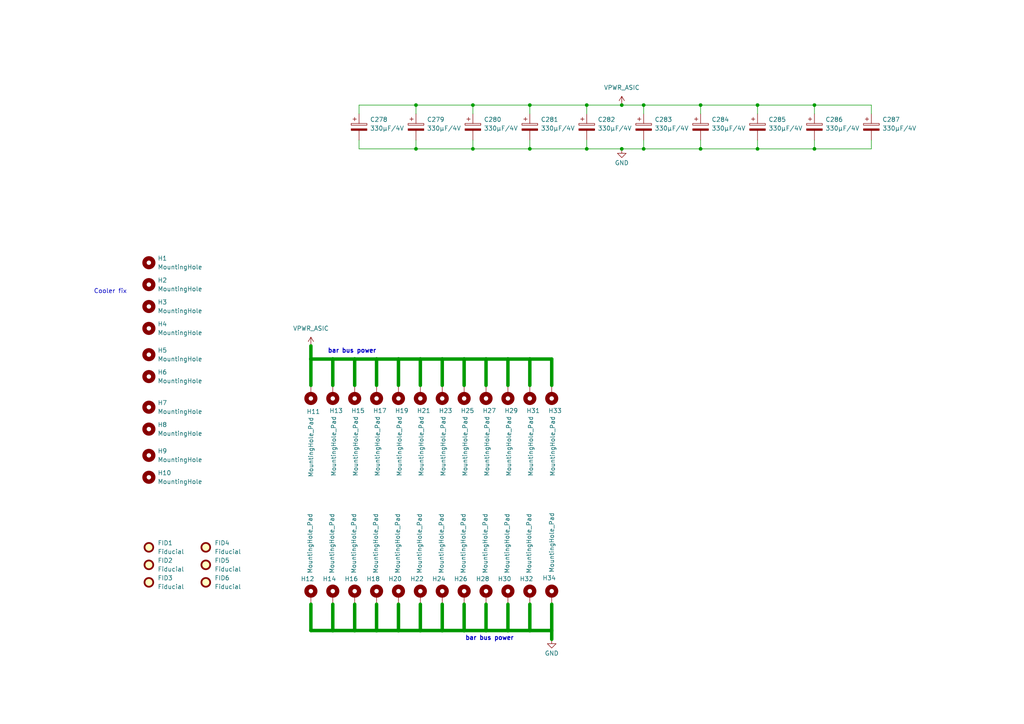
<source format=kicad_sch>
(kicad_sch (version 20231120) (generator "eeschema") (generator_version "8.0")
  (paper "A4")
  (lib_symbols
    (symbol "Device:C_Polarized" (pin_numbers hide) (pin_names (offset 0.254))
      (property "Reference" "C" (at 0.635 2.54 0))
      (property "Value" "C_Polarized" (at 0.635 -2.54 0))
      (symbol "C_Polarized_0_1"
        (rectangle (start -2.286 0.508) (end 2.286 1.016))
        (polyline (pts (xy -1.778 2.286) (xy -0.762 2.286)))
        (polyline (pts (xy -1.27 2.794) (xy -1.27 1.778)))
        (rectangle (start 2.286 -0.508) (end -2.286 -1.016) (fill (type outline)))
      )
      (symbol "C_Polarized_1_1"
        (pin passive line (at 0 3.81 270) (length 2.794) (name "~") (number "1"))
        (pin passive line (at 0 -3.81 90) (length 2.794) (name "~") (number "2"))
      )
    )
    (symbol "Mechanical:Fiducial" (exclude_from_sim yes) (in_bom no)
      (property "Reference" "FID" (at 0 5.08 0))
      (property "Value" "Fiducial" (at 0 3.175 0))
      (symbol "Fiducial_0_1"
        (circle (center 0 0) (radius 1.27) (stroke (width 0.508)) (fill (type background)))
      )
    )
    (symbol "Mechanical:MountingHole" (pin_names (offset 1.016))
      (property "Reference" "H" (at 0 5.08 0))
      (property "Value" "MountingHole" (at 0 3.175 0))
      (symbol "MountingHole_0_1"
        (circle (center 0 0) (radius 1.27) (stroke (width 1.27)))
      )
    )
    (symbol "Mechanical:MountingHole_Pad" (pin_numbers hide) (pin_names (offset 1.016) hide) (exclude_from_sim yes) (in_bom no)
      (property "Reference" "H" (at 0 6.35 0))
      (property "Value" "MountingHole_Pad" (at 0 4.445 0))
      (symbol "MountingHole_Pad_0_1"
        (circle (center 0 1.27) (radius 1.27) (stroke (width 1.27)))
      )
      (symbol "MountingHole_Pad_1_1"
        (pin input line (at 0 -2.54 90) (length 2.54) (name "1") (number "1"))
      )
    )
    (symbol "power:GND" (power) (pin_numbers hide) (pin_names (offset 0) hide)
      (property "Value" "GND" (at 0 -3.81 0))
      (symbol "GND_0_1"
        (polyline (pts (xy 0 0) (xy 0 -1.27) (xy 1.27 -1.27) (xy 0 -2.54) (xy -1.27 -1.27) (xy 0 -1.27)))
      )
      (symbol "GND_1_1"
        (pin power_in line (at 0 0 270) (length 0) (name "~") (number "1"))
      )
    )
    (symbol "power:VDD" (power) (pin_numbers hide) (pin_names (offset 0) hide)
      (property "Value" "VDD" (at 0 3.556 0))
      (symbol "VDD_0_1"
        (polyline (pts (xy -0.762 1.27) (xy 0 2.54)))
        (polyline (pts (xy 0 0) (xy 0 2.54)))
        (polyline (pts (xy 0 2.54) (xy 0.762 1.27)))
      )
      (symbol "VDD_1_1"
        (pin power_in line (at 0 0 90) (length 0) (name "~") (number "1"))
      )
    )
  )
  (junction (at 219.71 30.48))
  (junction (at 140.97 104.14))
  (junction (at 121.92 104.14))
  (junction (at 109.22 104.14))
  (junction (at 153.67 182.88))
  (junction (at 137.16 43.18))
  (junction (at 128.27 104.14))
  (junction (at 96.52 104.14))
  (junction (at 180.34 43.18))
  (junction (at 140.97 182.88))
  (junction (at 170.18 43.18))
  (junction (at 160.02 182.88))
  (junction (at 96.52 182.88))
  (junction (at 236.22 43.18))
  (junction (at 120.65 43.18))
  (junction (at 121.92 182.88))
  (junction (at 170.18 30.48))
  (junction (at 90.17 104.14))
  (junction (at 153.67 43.18))
  (junction (at 186.69 43.18))
  (junction (at 203.2 43.18))
  (junction (at 180.34 30.48))
  (junction (at 203.2 30.48))
  (junction (at 134.62 104.14))
  (junction (at 128.27 182.88))
  (junction (at 137.16 30.48))
  (junction (at 147.32 104.14))
  (junction (at 153.67 30.48))
  (junction (at 186.69 30.48))
  (junction (at 120.65 30.48))
  (junction (at 102.87 104.14))
  (junction (at 134.62 182.88))
  (junction (at 102.87 182.88))
  (junction (at 109.22 182.88))
  (junction (at 236.22 30.48))
  (junction (at 115.57 104.14))
  (junction (at 147.32 182.88))
  (junction (at 153.67 104.14))
  (junction (at 115.57 182.88))
  (junction (at 219.71 43.18))
  (wire (pts (xy 96.52 182.88) (xy 90.17 182.88)) (stroke (width 1)))
  (wire (pts (xy 219.71 40.64) (xy 219.71 43.18)))
  (wire (pts (xy 170.18 30.48) (xy 180.34 30.48)))
  (wire (pts (xy 120.65 43.18) (xy 137.16 43.18)))
  (wire (pts (xy 147.32 104.14) (xy 153.67 104.14)) (stroke (width 1)))
  (wire (pts (xy 115.57 104.14) (xy 121.92 104.14)) (stroke (width 1)))
  (wire (pts (xy 203.2 30.48) (xy 219.71 30.48)))
  (wire (pts (xy 137.16 43.18) (xy 153.67 43.18)))
  (wire (pts (xy 134.62 111.76) (xy 134.62 104.14)) (stroke (width 1)))
  (wire (pts (xy 104.14 43.18) (xy 120.65 43.18)))
  (wire (pts (xy 120.65 30.48) (xy 120.65 33.02)))
  (wire (pts (xy 153.67 43.18) (xy 170.18 43.18)))
  (wire (pts (xy 147.32 182.88) (xy 140.97 182.88)) (stroke (width 1)))
  (wire (pts (xy 153.67 182.88) (xy 160.02 182.88)) (stroke (width 1)))
  (wire (pts (xy 153.67 104.14) (xy 160.02 104.14)) (stroke (width 1)))
  (wire (pts (xy 219.71 30.48) (xy 219.71 33.02)))
  (wire (pts (xy 147.32 182.88) (xy 153.67 182.88)) (stroke (width 1)))
  (wire (pts (xy 203.2 30.48) (xy 203.2 33.02)))
  (wire (pts (xy 96.52 175.26) (xy 96.52 182.88)) (stroke (width 1)))
  (wire (pts (xy 170.18 40.64) (xy 170.18 43.18)))
  (wire (pts (xy 121.92 111.76) (xy 121.92 104.14)) (stroke (width 1)))
  (wire (pts (xy 160.02 111.76) (xy 160.02 104.14)) (stroke (width 1)))
  (wire (pts (xy 236.22 40.64) (xy 236.22 43.18)))
  (wire (pts (xy 120.65 40.64) (xy 120.65 43.18)))
  (wire (pts (xy 128.27 182.88) (xy 121.92 182.88)) (stroke (width 1)))
  (wire (pts (xy 153.67 40.64) (xy 153.67 43.18)))
  (wire (pts (xy 170.18 30.48) (xy 170.18 33.02)))
  (wire (pts (xy 109.22 104.14) (xy 115.57 104.14)) (stroke (width 1)))
  (wire (pts (xy 236.22 43.18) (xy 252.73 43.18)))
  (wire (pts (xy 203.2 40.64) (xy 203.2 43.18)))
  (wire (pts (xy 203.2 43.18) (xy 219.71 43.18)))
  (wire (pts (xy 153.67 111.76) (xy 153.67 104.14)) (stroke (width 1)))
  (wire (pts (xy 109.22 182.88) (xy 115.57 182.88)) (stroke (width 1)))
  (wire (pts (xy 186.69 43.18) (xy 203.2 43.18)))
  (wire (pts (xy 90.17 100.33) (xy 90.17 104.14)) (stroke (width 1)))
  (wire (pts (xy 96.52 104.14) (xy 102.87 104.14)) (stroke (width 1)))
  (wire (pts (xy 115.57 111.76) (xy 115.57 104.14)) (stroke (width 1)))
  (wire (pts (xy 102.87 104.14) (xy 109.22 104.14)) (stroke (width 1)))
  (wire (pts (xy 140.97 111.76) (xy 140.97 104.14)) (stroke (width 1)))
  (wire (pts (xy 236.22 30.48) (xy 236.22 33.02)))
  (wire (pts (xy 104.14 30.48) (xy 120.65 30.48)))
  (wire (pts (xy 96.52 111.76) (xy 96.52 104.14)) (stroke (width 1)))
  (wire (pts (xy 147.32 111.76) (xy 147.32 104.14)) (stroke (width 1)))
  (wire (pts (xy 140.97 175.26) (xy 140.97 182.88)) (stroke (width 1)))
  (wire (pts (xy 115.57 182.88) (xy 121.92 182.88)) (stroke (width 1)))
  (wire (pts (xy 121.92 175.26) (xy 121.92 182.88)) (stroke (width 1)))
  (wire (pts (xy 134.62 182.88) (xy 128.27 182.88)) (stroke (width 1)))
  (wire (pts (xy 147.32 175.26) (xy 147.32 182.88)) (stroke (width 1)))
  (wire (pts (xy 102.87 111.76) (xy 102.87 104.14)) (stroke (width 1)))
  (wire (pts (xy 153.67 30.48) (xy 153.67 33.02)))
  (wire (pts (xy 252.73 30.48) (xy 252.73 33.02)))
  (wire (pts (xy 134.62 175.26) (xy 134.62 182.88)) (stroke (width 1)))
  (wire (pts (xy 160.02 182.88) (xy 160.02 185.42)) (stroke (width 1)))
  (wire (pts (xy 134.62 104.14) (xy 140.97 104.14)) (stroke (width 1)))
  (wire (pts (xy 90.17 104.14) (xy 96.52 104.14)) (stroke (width 1)))
  (wire (pts (xy 153.67 30.48) (xy 170.18 30.48)))
  (wire (pts (xy 90.17 104.14) (xy 90.17 111.76)) (stroke (width 1)))
  (wire (pts (xy 90.17 175.26) (xy 90.17 182.88)) (stroke (width 1)))
  (wire (pts (xy 115.57 175.26) (xy 115.57 182.88)) (stroke (width 1)))
  (wire (pts (xy 153.67 175.26) (xy 153.67 182.88)) (stroke (width 1)))
  (wire (pts (xy 102.87 175.26) (xy 102.87 182.88)) (stroke (width 1)))
  (wire (pts (xy 186.69 30.48) (xy 203.2 30.48)))
  (wire (pts (xy 180.34 30.48) (xy 186.69 30.48)))
  (wire (pts (xy 180.34 43.18) (xy 186.69 43.18)))
  (wire (pts (xy 140.97 104.14) (xy 147.32 104.14)) (stroke (width 1)))
  (wire (pts (xy 186.69 40.64) (xy 186.69 43.18)))
  (wire (pts (xy 219.71 30.48) (xy 236.22 30.48)))
  (wire (pts (xy 109.22 175.26) (xy 109.22 182.88)) (stroke (width 1)))
  (wire (pts (xy 109.22 182.88) (xy 102.87 182.88)) (stroke (width 1)))
  (wire (pts (xy 140.97 182.88) (xy 134.62 182.88)) (stroke (width 1)))
  (wire (pts (xy 121.92 104.14) (xy 128.27 104.14)) (stroke (width 1)))
  (wire (pts (xy 102.87 182.88) (xy 96.52 182.88)) (stroke (width 1)))
  (wire (pts (xy 104.14 30.48) (xy 104.14 33.02)))
  (wire (pts (xy 252.73 40.64) (xy 252.73 43.18)))
  (wire (pts (xy 128.27 104.14) (xy 134.62 104.14)) (stroke (width 1)))
  (wire (pts (xy 128.27 111.76) (xy 128.27 104.14)) (stroke (width 1)))
  (wire (pts (xy 137.16 40.64) (xy 137.16 43.18)))
  (wire (pts (xy 186.69 30.48) (xy 186.69 33.02)))
  (wire (pts (xy 104.14 40.64) (xy 104.14 43.18)))
  (wire (pts (xy 170.18 43.18) (xy 180.34 43.18)))
  (wire (pts (xy 137.16 30.48) (xy 153.67 30.48)))
  (wire (pts (xy 236.22 30.48) (xy 252.73 30.48)))
  (wire (pts (xy 109.22 111.76) (xy 109.22 104.14)) (stroke (width 1)))
  (wire (pts (xy 219.71 43.18) (xy 236.22 43.18)))
  (wire (pts (xy 120.65 30.48) (xy 137.16 30.48)))
  (wire (pts (xy 128.27 175.26) (xy 128.27 182.88)) (stroke (width 1)))
  (wire (pts (xy 160.02 182.88) (xy 160.02 175.26)) (stroke (width 1)))
  (wire (pts (xy 137.16 30.48) (xy 137.16 33.02)))
  (text "Cooler fix" (at 32.004 84.582 0) (effects (font (size 1.27 1.27))))
  (text "bar bus power" (at 141.986 185.166 0) (effects (font (size 1.27 1.27) (thickness 0.254) (bold yes))))
  (text "bar bus power" (at 102.108 101.854 0) (effects (font (size 1.27 1.27) (thickness 0.254) (bold yes))))
  (symbol (lib_id "Mechanical:MountingHole_Pad") (at 96.52 172.72 0) (unit 1) (exclude_from_sim yes) (in_bom no)
    (property "Reference" "H14" (at 97.536 167.894 0) (effects (justify right)))
    (property "Value" "MountingHole_Pad" (at 96.266 148.844 90) (effects (justify right)))
    (property "Footprint" "EKO_Miner_ASIClib:SMTSO-M3-10ET" (effects (hide yes)))
    (property "Description" "Mounting Hole with connection" (effects (hide yes)))
    (property "MP" "SMTSO-M3-10ET" (effects (hide yes)))
    (property "P/N MOUSER" "153-SMTSO-M3-10ET" (effects (hide yes)))
  )
  (symbol (lib_id "power:VDD") (at 90.17 100.33 0) (unit 1)
    (property "Reference" "#PWR019" (effects (hide yes)))
    (property "Value" "VPWR_ASIC" (at 90.17 95.25 0))
    (property "Description" "Power symbol creates a global label with name \"VDD\"" (effects (hide yes)))
  )
  (symbol (lib_id "power:GND") (at 160.02 185.42 0) (unit 1)
    (property "Reference" "#PWR020" (effects (hide yes)))
    (property "Value" "GND" (at 160.02 189.484 0))
    (property "Description" "Power symbol creates a global label with name \"GND\" , ground" (effects (hide yes)))
  )
  (symbol (lib_id "Mechanical:MountingHole") (at 43.18 88.9 0) (unit 1)
    (property "Reference" "H3" (at 45.72 87.6299 0) (effects (justify left)))
    (property "Value" "MountingHole" (at 45.72 90.1699 0) (effects (justify left)))
    (property "Footprint" "MountingHole:MountingHole_3.2mm_M3_ISO7380" (effects (hide yes)))
    (property "Description" "Mounting Hole without connection" (effects (hide yes)))
  )
  (symbol (lib_id "Device:C_Polarized") (at 186.69 36.83 0) (unit 1)
    (property "Reference" "C283" (at 189.865 34.6709 0) (effects (justify left)))
    (property "Value" "330µF/4V" (at 189.865 37.2109 0) (effects (justify left)))
    (property "Footprint" "Capacitor_SMD:C_1210_3225Metric" (effects (hide yes)))
    (property "MP" "GRM32ER60G337ME05K" (effects (hide yes)))
    (property "P/N MOUSER" "81-GRM32ER60G337ME5K" (effects (hide yes)))
  )
  (symbol (lib_id "Mechanical:MountingHole_Pad") (at 160.02 114.3 180) (unit 1) (exclude_from_sim yes) (in_bom no)
    (property "Reference" "H33" (at 159.004 119.126 0) (effects (justify right)))
    (property "Value" "MountingHole_Pad" (at 160.274 138.176 90) (effects (justify right)))
    (property "Footprint" "EKO_Miner_ASIClib:SMTSO-M3-10ET" (effects (hide yes)))
    (property "Description" "Mounting Hole with connection" (effects (hide yes)))
    (property "MP" "SMTSO-M3-10ET" (effects (hide yes)))
    (property "P/N MOUSER" "153-SMTSO-M3-10ET" (effects (hide yes)))
  )
  (symbol (lib_id "Mechanical:MountingHole_Pad") (at 121.92 114.3 180) (unit 1) (exclude_from_sim yes) (in_bom no)
    (property "Reference" "H21" (at 120.904 119.126 0) (effects (justify right)))
    (property "Value" "MountingHole_Pad" (at 122.174 138.176 90) (effects (justify right)))
    (property "Footprint" "EKO_Miner_ASIClib:SMTSO-M3-10ET" (effects (hide yes)))
    (property "Description" "Mounting Hole with connection" (effects (hide yes)))
    (property "MP" "SMTSO-M3-10ET" (effects (hide yes)))
    (property "P/N MOUSER" "153-SMTSO-M3-10ET" (effects (hide yes)))
  )
  (symbol (lib_id "Mechanical:MountingHole_Pad") (at 153.67 114.3 180) (unit 1) (exclude_from_sim yes) (in_bom no)
    (property "Reference" "H31" (at 152.654 119.126 0) (effects (justify right)))
    (property "Value" "MountingHole_Pad" (at 153.924 138.176 90) (effects (justify right)))
    (property "Footprint" "EKO_Miner_ASIClib:SMTSO-M3-10ET" (effects (hide yes)))
    (property "Description" "Mounting Hole with connection" (effects (hide yes)))
    (property "MP" "SMTSO-M3-10ET" (effects (hide yes)))
    (property "P/N MOUSER" "153-SMTSO-M3-10ET" (effects (hide yes)))
  )
  (symbol (lib_id "Mechanical:MountingHole_Pad") (at 115.57 114.3 180) (unit 1) (exclude_from_sim yes) (in_bom no)
    (property "Reference" "H19" (at 114.554 119.126 0) (effects (justify right)))
    (property "Value" "MountingHole_Pad" (at 115.824 138.176 90) (effects (justify right)))
    (property "Footprint" "EKO_Miner_ASIClib:SMTSO-M3-10ET" (effects (hide yes)))
    (property "Description" "Mounting Hole with connection" (effects (hide yes)))
    (property "MP" "SMTSO-M3-10ET" (effects (hide yes)))
    (property "P/N MOUSER" "153-SMTSO-M3-10ET" (effects (hide yes)))
  )
  (symbol (lib_id "Mechanical:MountingHole_Pad") (at 128.27 172.72 0) (unit 1) (exclude_from_sim yes) (in_bom no)
    (property "Reference" "H24" (at 129.286 167.894 0) (effects (justify right)))
    (property "Value" "MountingHole_Pad" (at 128.016 148.844 90) (effects (justify right)))
    (property "Footprint" "EKO_Miner_ASIClib:SMTSO-M3-10ET" (effects (hide yes)))
    (property "Description" "Mounting Hole with connection" (effects (hide yes)))
    (property "MP" "SMTSO-M3-10ET" (effects (hide yes)))
    (property "P/N MOUSER" "153-SMTSO-M3-10ET" (effects (hide yes)))
  )
  (symbol (lib_id "Mechanical:MountingHole_Pad") (at 147.32 172.72 0) (unit 1) (exclude_from_sim yes) (in_bom no)
    (property "Reference" "H30" (at 148.336 167.894 0) (effects (justify right)))
    (property "Value" "MountingHole_Pad" (at 147.066 148.844 90) (effects (justify right)))
    (property "Footprint" "EKO_Miner_ASIClib:SMTSO-M3-10ET" (effects (hide yes)))
    (property "Description" "Mounting Hole with connection" (effects (hide yes)))
    (property "MP" "SMTSO-M3-10ET" (effects (hide yes)))
    (property "P/N MOUSER" "153-SMTSO-M3-10ET" (effects (hide yes)))
  )
  (symbol (lib_id "Mechanical:MountingHole_Pad") (at 102.87 172.72 0) (unit 1) (exclude_from_sim yes) (in_bom no)
    (property "Reference" "H16" (at 103.886 167.894 0) (effects (justify right)))
    (property "Value" "MountingHole_Pad" (at 102.616 148.844 90) (effects (justify right)))
    (property "Footprint" "EKO_Miner_ASIClib:SMTSO-M3-10ET" (effects (hide yes)))
    (property "Description" "Mounting Hole with connection" (effects (hide yes)))
    (property "MP" "SMTSO-M3-10ET" (effects (hide yes)))
    (property "P/N MOUSER" "153-SMTSO-M3-10ET" (effects (hide yes)))
  )
  (symbol (lib_id "Device:C_Polarized") (at 203.2 36.83 0) (unit 1)
    (property "Reference" "C284" (at 206.375 34.6709 0) (effects (justify left)))
    (property "Value" "330µF/4V" (at 206.375 37.2109 0) (effects (justify left)))
    (property "Footprint" "Capacitor_SMD:C_1210_3225Metric" (effects (hide yes)))
    (property "MP" "GRM32ER60G337ME05K" (effects (hide yes)))
    (property "P/N MOUSER" "81-GRM32ER60G337ME5K" (effects (hide yes)))
  )
  (symbol (lib_id "Mechanical:Fiducial") (at 43.18 158.75 0) (unit 1) (exclude_from_sim yes) (in_bom no)
    (property "Reference" "FID1" (at 45.72 157.4799 0) (effects (justify left)))
    (property "Value" "Fiducial" (at 45.72 160.0199 0) (effects (justify left)))
    (property "Footprint" "Fiducial:Fiducial_1mm_Mask2mm" (effects (hide yes)))
    (property "Description" "Fiducial Marker" (effects (hide yes)))
  )
  (symbol (lib_id "Mechanical:MountingHole_Pad") (at 121.92 172.72 0) (unit 1) (exclude_from_sim yes) (in_bom no)
    (property "Reference" "H22" (at 122.936 167.894 0) (effects (justify right)))
    (property "Value" "MountingHole_Pad" (at 121.666 148.844 90) (effects (justify right)))
    (property "Footprint" "EKO_Miner_ASIClib:SMTSO-M3-10ET" (effects (hide yes)))
    (property "Description" "Mounting Hole with connection" (effects (hide yes)))
    (property "MP" "SMTSO-M3-10ET" (effects (hide yes)))
    (property "P/N MOUSER" "153-SMTSO-M3-10ET" (effects (hide yes)))
  )
  (symbol (lib_id "Device:C_Polarized") (at 219.71 36.83 0) (unit 1)
    (property "Reference" "C285" (at 222.885 34.6709 0) (effects (justify left)))
    (property "Value" "330µF/4V" (at 222.885 37.2109 0) (effects (justify left)))
    (property "Footprint" "Capacitor_SMD:C_1210_3225Metric" (effects (hide yes)))
    (property "MP" "GRM32ER60G337ME05K" (effects (hide yes)))
    (property "P/N MOUSER" "81-GRM32ER60G337ME5K" (effects (hide yes)))
  )
  (symbol (lib_id "Device:C_Polarized") (at 236.22 36.83 0) (unit 1)
    (property "Reference" "C286" (at 239.395 34.6709 0) (effects (justify left)))
    (property "Value" "330µF/4V" (at 239.395 37.2109 0) (effects (justify left)))
    (property "Footprint" "Capacitor_SMD:C_1210_3225Metric" (effects (hide yes)))
    (property "MP" "GRM32ER60G337ME05K" (effects (hide yes)))
    (property "P/N MOUSER" "81-GRM32ER60G337ME5K" (effects (hide yes)))
  )
  (symbol (lib_id "Device:C_Polarized") (at 137.16 36.83 0) (unit 1)
    (property "Reference" "C280" (at 140.335 34.6709 0) (effects (justify left)))
    (property "Value" "330µF/4V" (at 140.335 37.2109 0) (effects (justify left)))
    (property "Footprint" "Capacitor_SMD:C_1210_3225Metric" (effects (hide yes)))
    (property "MP" "GRM32ER60G337ME05K" (effects (hide yes)))
    (property "P/N MOUSER" "81-GRM32ER60G337ME5K" (effects (hide yes)))
  )
  (symbol (lib_id "Mechanical:MountingHole_Pad") (at 147.32 114.3 180) (unit 1) (exclude_from_sim yes) (in_bom no)
    (property "Reference" "H29" (at 146.304 119.126 0) (effects (justify right)))
    (property "Value" "MountingHole_Pad" (at 147.574 138.176 90) (effects (justify right)))
    (property "Footprint" "EKO_Miner_ASIClib:SMTSO-M3-10ET" (effects (hide yes)))
    (property "Description" "Mounting Hole with connection" (effects (hide yes)))
    (property "MP" "SMTSO-M3-10ET" (effects (hide yes)))
    (property "P/N MOUSER" "153-SMTSO-M3-10ET" (effects (hide yes)))
  )
  (symbol (lib_id "Mechanical:Fiducial") (at 59.69 163.83 0) (unit 1) (exclude_from_sim yes) (in_bom no)
    (property "Reference" "FID5" (at 62.23 162.5599 0) (effects (justify left)))
    (property "Value" "Fiducial" (at 62.23 165.0999 0) (effects (justify left)))
    (property "Footprint" "Fiducial:Fiducial_1mm_Mask2mm" (effects (hide yes)))
    (property "Description" "Fiducial Marker" (effects (hide yes)))
  )
  (symbol (lib_id "Mechanical:MountingHole_Pad") (at 109.22 114.3 180) (unit 1) (exclude_from_sim yes) (in_bom no)
    (property "Reference" "H17" (at 108.204 119.126 0) (effects (justify right)))
    (property "Value" "MountingHole_Pad" (at 109.474 138.176 90) (effects (justify right)))
    (property "Footprint" "EKO_Miner_ASIClib:SMTSO-M3-10ET" (effects (hide yes)))
    (property "Description" "Mounting Hole with connection" (effects (hide yes)))
    (property "MP" "SMTSO-M3-10ET" (effects (hide yes)))
    (property "P/N MOUSER" "153-SMTSO-M3-10ET" (effects (hide yes)))
  )
  (symbol (lib_id "Mechanical:MountingHole") (at 43.18 118.11 0) (unit 1)
    (property "Reference" "H7" (at 45.72 116.8399 0) (effects (justify left)))
    (property "Value" "MountingHole" (at 45.72 119.3799 0) (effects (justify left)))
    (property "Footprint" "MountingHole:MountingHole_3.2mm_M3_ISO7380" (effects (hide yes)))
    (property "Description" "Mounting Hole without connection" (effects (hide yes)))
  )
  (symbol (lib_id "Mechanical:MountingHole") (at 43.18 138.43 0) (unit 1)
    (property "Reference" "H10" (at 45.72 137.1599 0) (effects (justify left)))
    (property "Value" "MountingHole" (at 45.72 139.6999 0) (effects (justify left)))
    (property "Footprint" "MountingHole:MountingHole_3.2mm_M3_ISO7380" (effects (hide yes)))
    (property "Description" "Mounting Hole without connection" (effects (hide yes)))
  )
  (symbol (lib_id "Device:C_Polarized") (at 120.65 36.83 0) (unit 1)
    (property "Reference" "C279" (at 123.825 34.6709 0) (effects (justify left)))
    (property "Value" "330µF/4V" (at 123.825 37.2109 0) (effects (justify left)))
    (property "Footprint" "Capacitor_SMD:C_1210_3225Metric" (effects (hide yes)))
    (property "MP" "GRM32ER60G337ME05K" (effects (hide yes)))
    (property "P/N MOUSER" "81-GRM32ER60G337ME5K" (effects (hide yes)))
  )
  (symbol (lib_id "Mechanical:MountingHole_Pad") (at 96.52 114.3 180) (unit 1) (exclude_from_sim yes) (in_bom no)
    (property "Reference" "H13" (at 95.504 119.126 0) (effects (justify right)))
    (property "Value" "MountingHole_Pad" (at 96.774 138.176 90) (effects (justify right)))
    (property "Footprint" "EKO_Miner_ASIClib:SMTSO-M3-10ET" (effects (hide yes)))
    (property "Description" "Mounting Hole with connection" (effects (hide yes)))
    (property "MP" "SMTSO-M3-10ET" (effects (hide yes)))
    (property "P/N MOUSER" "153-SMTSO-M3-10ET" (effects (hide yes)))
  )
  (symbol (lib_id "Device:C_Polarized") (at 104.14 36.83 0) (unit 1)
    (property "Reference" "C278" (at 107.315 34.6709 0) (effects (justify left)))
    (property "Value" "330µF/4V" (at 107.315 37.2109 0) (effects (justify left)))
    (property "Footprint" "Capacitor_SMD:C_1210_3225Metric" (effects (hide yes)))
    (property "MP" "GRM32ER60G337ME05K" (effects (hide yes)))
    (property "P/N MOUSER" "81-GRM32ER60G337ME5K" (effects (hide yes)))
  )
  (symbol (lib_id "Mechanical:MountingHole") (at 43.18 124.46 0) (unit 1)
    (property "Reference" "H8" (at 45.72 123.1899 0) (effects (justify left)))
    (property "Value" "MountingHole" (at 45.72 125.7299 0) (effects (justify left)))
    (property "Footprint" "MountingHole:MountingHole_3.2mm_M3_ISO7380" (effects (hide yes)))
    (property "Description" "Mounting Hole without connection" (effects (hide yes)))
  )
  (symbol (lib_id "Mechanical:MountingHole_Pad") (at 134.62 172.72 0) (unit 1) (exclude_from_sim yes) (in_bom no)
    (property "Reference" "H26" (at 135.636 167.894 0) (effects (justify right)))
    (property "Value" "MountingHole_Pad" (at 134.366 148.844 90) (effects (justify right)))
    (property "Footprint" "EKO_Miner_ASIClib:SMTSO-M3-10ET" (effects (hide yes)))
    (property "Description" "Mounting Hole with connection" (effects (hide yes)))
    (property "MP" "SMTSO-M3-10ET" (effects (hide yes)))
    (property "P/N MOUSER" "153-SMTSO-M3-10ET" (effects (hide yes)))
  )
  (symbol (lib_id "Mechanical:Fiducial") (at 43.18 163.83 0) (unit 1) (exclude_from_sim yes) (in_bom no)
    (property "Reference" "FID2" (at 45.72 162.5599 0) (effects (justify left)))
    (property "Value" "Fiducial" (at 45.72 165.0999 0) (effects (justify left)))
    (property "Footprint" "Fiducial:Fiducial_1mm_Mask2mm" (effects (hide yes)))
    (property "Description" "Fiducial Marker" (effects (hide yes)))
  )
  (symbol (lib_id "power:GND") (at 180.34 43.18 0) (unit 1)
    (property "Reference" "#PWR0296" (effects (hide yes)))
    (property "Value" "GND" (at 180.34 47.244 0))
    (property "Description" "Power symbol creates a global label with name \"GND\" , ground" (effects (hide yes)))
  )
  (symbol (lib_id "Mechanical:MountingHole") (at 43.18 95.25 0) (unit 1)
    (property "Reference" "H4" (at 45.72 93.9799 0) (effects (justify left)))
    (property "Value" "MountingHole" (at 45.72 96.5199 0) (effects (justify left)))
    (property "Footprint" "MountingHole:MountingHole_3.2mm_M3_ISO7380" (effects (hide yes)))
    (property "Description" "Mounting Hole without connection" (effects (hide yes)))
  )
  (symbol (lib_id "Mechanical:MountingHole") (at 43.18 82.55 0) (unit 1)
    (property "Reference" "H2" (at 45.72 81.2799 0) (effects (justify left)))
    (property "Value" "MountingHole" (at 45.72 83.8199 0) (effects (justify left)))
    (property "Footprint" "MountingHole:MountingHole_3.2mm_M3_ISO7380" (effects (hide yes)))
    (property "Description" "Mounting Hole without connection" (effects (hide yes)))
  )
  (symbol (lib_id "power:VDD") (at 180.34 30.48 0) (unit 1)
    (property "Reference" "#PWR0295" (effects (hide yes)))
    (property "Value" "VPWR_ASIC" (at 180.34 25.4 0))
    (property "Description" "Power symbol creates a global label with name \"VDD\"" (effects (hide yes)))
  )
  (symbol (lib_id "Mechanical:MountingHole_Pad") (at 140.97 114.3 180) (unit 1) (exclude_from_sim yes) (in_bom no)
    (property "Reference" "H27" (at 139.954 119.126 0) (effects (justify right)))
    (property "Value" "MountingHole_Pad" (at 141.224 138.176 90) (effects (justify right)))
    (property "Footprint" "EKO_Miner_ASIClib:SMTSO-M3-10ET" (effects (hide yes)))
    (property "Description" "Mounting Hole with connection" (effects (hide yes)))
    (property "MP" "SMTSO-M3-10ET" (effects (hide yes)))
    (property "P/N MOUSER" "153-SMTSO-M3-10ET" (effects (hide yes)))
  )
  (symbol (lib_id "Mechanical:MountingHole") (at 43.18 76.2 0) (unit 1)
    (property "Reference" "H1" (at 45.72 74.9299 0) (effects (justify left)))
    (property "Value" "MountingHole" (at 45.72 77.4699 0) (effects (justify left)))
    (property "Footprint" "MountingHole:MountingHole_3.2mm_M3_ISO7380" (effects (hide yes)))
    (property "Description" "Mounting Hole without connection" (effects (hide yes)))
  )
  (symbol (lib_id "Mechanical:MountingHole") (at 43.18 109.22 0) (unit 1)
    (property "Reference" "H6" (at 45.72 107.9499 0) (effects (justify left)))
    (property "Value" "MountingHole" (at 45.72 110.4899 0) (effects (justify left)))
    (property "Footprint" "MountingHole:MountingHole_3.2mm_M3_ISO7380" (effects (hide yes)))
    (property "Description" "Mounting Hole without connection" (effects (hide yes)))
  )
  (symbol (lib_id "Mechanical:MountingHole_Pad") (at 134.62 114.3 180) (unit 1) (exclude_from_sim yes) (in_bom no)
    (property "Reference" "H25" (at 133.604 119.126 0) (effects (justify right)))
    (property "Value" "MountingHole_Pad" (at 134.874 138.176 90) (effects (justify right)))
    (property "Footprint" "EKO_Miner_ASIClib:SMTSO-M3-10ET" (effects (hide yes)))
    (property "Description" "Mounting Hole with connection" (effects (hide yes)))
    (property "MP" "SMTSO-M3-10ET" (effects (hide yes)))
    (property "P/N MOUSER" "153-SMTSO-M3-10ET" (effects (hide yes)))
  )
  (symbol (lib_id "Mechanical:MountingHole_Pad") (at 90.17 172.72 0) (unit 1) (exclude_from_sim yes) (in_bom no)
    (property "Reference" "H12" (at 91.186 167.894 0) (effects (justify right)))
    (property "Value" "MountingHole_Pad" (at 89.916 148.844 90) (effects (justify right)))
    (property "Footprint" "EKO_Miner_ASIClib:SMTSO-M3-10ET" (effects (hide yes)))
    (property "Description" "Mounting Hole with connection" (effects (hide yes)))
    (property "MP" "SMTSO-M3-10ET" (effects (hide yes)))
    (property "P/N MOUSER" "153-SMTSO-M3-10ET" (effects (hide yes)))
  )
  (symbol (lib_id "Mechanical:MountingHole_Pad") (at 102.87 114.3 180) (unit 1) (exclude_from_sim yes) (in_bom no)
    (property "Reference" "H15" (at 101.854 119.126 0) (effects (justify right)))
    (property "Value" "MountingHole_Pad" (at 103.124 138.176 90) (effects (justify right)))
    (property "Footprint" "EKO_Miner_ASIClib:SMTSO-M3-10ET" (effects (hide yes)))
    (property "Description" "Mounting Hole with connection" (effects (hide yes)))
    (property "MP" "SMTSO-M3-10ET" (effects (hide yes)))
    (property "P/N MOUSER" "153-SMTSO-M3-10ET" (effects (hide yes)))
  )
  (symbol (lib_id "Mechanical:Fiducial") (at 59.69 158.75 0) (unit 1) (exclude_from_sim yes) (in_bom no)
    (property "Reference" "FID4" (at 62.23 157.4799 0) (effects (justify left)))
    (property "Value" "Fiducial" (at 62.23 160.0199 0) (effects (justify left)))
    (property "Footprint" "Fiducial:Fiducial_1mm_Mask2mm" (effects (hide yes)))
    (property "Description" "Fiducial Marker" (effects (hide yes)))
  )
  (symbol (lib_id "Mechanical:MountingHole_Pad") (at 109.22 172.72 0) (unit 1) (exclude_from_sim yes) (in_bom no)
    (property "Reference" "H18" (at 110.236 167.894 0) (effects (justify right)))
    (property "Value" "MountingHole_Pad" (at 108.966 148.844 90) (effects (justify right)))
    (property "Footprint" "EKO_Miner_ASIClib:SMTSO-M3-10ET" (effects (hide yes)))
    (property "Description" "Mounting Hole with connection" (effects (hide yes)))
    (property "MP" "SMTSO-M3-10ET" (effects (hide yes)))
    (property "P/N MOUSER" "153-SMTSO-M3-10ET" (effects (hide yes)))
  )
  (symbol (lib_id "Mechanical:MountingHole_Pad") (at 128.27 114.3 180) (unit 1) (exclude_from_sim yes) (in_bom no)
    (property "Reference" "H23" (at 127.254 119.126 0) (effects (justify right)))
    (property "Value" "MountingHole_Pad" (at 128.524 138.176 90) (effects (justify right)))
    (property "Footprint" "EKO_Miner_ASIClib:SMTSO-M3-10ET" (effects (hide yes)))
    (property "Description" "Mounting Hole with connection" (effects (hide yes)))
    (property "MP" "SMTSO-M3-10ET" (effects (hide yes)))
    (property "P/N MOUSER" "153-SMTSO-M3-10ET" (effects (hide yes)))
  )
  (symbol (lib_id "Device:C_Polarized") (at 252.73 36.83 0) (unit 1)
    (property "Reference" "C287" (at 255.905 34.6709 0) (effects (justify left)))
    (property "Value" "330µF/4V" (at 255.905 37.2109 0) (effects (justify left)))
    (property "Footprint" "Capacitor_SMD:C_1210_3225Metric" (effects (hide yes)))
    (property "MP" "GRM32ER60G337ME05K" (effects (hide yes)))
    (property "P/N MOUSER" "81-GRM32ER60G337ME5K" (effects (hide yes)))
  )
  (symbol (lib_id "Mechanical:MountingHole_Pad") (at 90.17 114.3 180) (unit 1) (exclude_from_sim yes) (in_bom no)
    (property "Reference" "H11" (at 88.9 119.38 0) (effects (justify right)))
    (property "Value" "MountingHole_Pad" (at 90.17 138.43 90) (effects (justify right)))
    (property "Footprint" "EKO_Miner_ASIClib:SMTSO-M3-10ET" (effects (hide yes)))
    (property "Description" "Mounting Hole with connection" (effects (hide yes)))
    (property "MP" "SMTSO-M3-10ET" (effects (hide yes)))
    (property "P/N MOUSER" "153-SMTSO-M3-10ET" (effects (hide yes)))
  )
  (symbol (lib_id "Mechanical:MountingHole") (at 43.18 132.08 0) (unit 1)
    (property "Reference" "H9" (at 45.72 130.8099 0) (effects (justify left)))
    (property "Value" "MountingHole" (at 45.72 133.3499 0) (effects (justify left)))
    (property "Footprint" "MountingHole:MountingHole_3.2mm_M3_ISO7380" (effects (hide yes)))
    (property "Description" "Mounting Hole without connection" (effects (hide yes)))
  )
  (symbol (lib_id "Device:C_Polarized") (at 170.18 36.83 0) (unit 1)
    (property "Reference" "C282" (at 173.355 34.6709 0) (effects (justify left)))
    (property "Value" "330µF/4V" (at 173.355 37.2109 0) (effects (justify left)))
    (property "Footprint" "Capacitor_SMD:C_1210_3225Metric" (effects (hide yes)))
    (property "MP" "GRM32ER60G337ME05K" (effects (hide yes)))
    (property "P/N MOUSER" "81-GRM32ER60G337ME5K" (effects (hide yes)))
  )
  (symbol (lib_id "Mechanical:Fiducial") (at 59.69 168.91 0) (unit 1) (exclude_from_sim yes) (in_bom no)
    (property "Reference" "FID6" (at 62.23 167.6399 0) (effects (justify left)))
    (property "Value" "Fiducial" (at 62.23 170.1799 0) (effects (justify left)))
    (property "Footprint" "Fiducial:Fiducial_1mm_Mask2mm" (effects (hide yes)))
    (property "Description" "Fiducial Marker" (effects (hide yes)))
  )
  (symbol (lib_id "Mechanical:MountingHole_Pad") (at 153.67 172.72 0) (unit 1) (exclude_from_sim yes) (in_bom no)
    (property "Reference" "H32" (at 154.686 167.894 0) (effects (justify right)))
    (property "Value" "MountingHole_Pad" (at 153.416 148.844 90) (effects (justify right)))
    (property "Footprint" "EKO_Miner_ASIClib:SMTSO-M3-10ET" (effects (hide yes)))
    (property "Description" "Mounting Hole with connection" (effects (hide yes)))
    (property "MP" "SMTSO-M3-10ET" (effects (hide yes)))
    (property "P/N MOUSER" "153-SMTSO-M3-10ET" (effects (hide yes)))
  )
  (symbol (lib_id "Mechanical:MountingHole_Pad") (at 140.97 172.72 0) (unit 1) (exclude_from_sim yes) (in_bom no)
    (property "Reference" "H28" (at 141.986 167.894 0) (effects (justify right)))
    (property "Value" "MountingHole_Pad" (at 140.716 148.844 90) (effects (justify right)))
    (property "Footprint" "EKO_Miner_ASIClib:SMTSO-M3-10ET" (effects (hide yes)))
    (property "Description" "Mounting Hole with connection" (effects (hide yes)))
    (property "MP" "SMTSO-M3-10ET" (effects (hide yes)))
    (property "P/N MOUSER" "153-SMTSO-M3-10ET" (effects (hide yes)))
  )
  (symbol (lib_id "Mechanical:Fiducial") (at 43.18 168.91 0) (unit 1) (exclude_from_sim yes) (in_bom no)
    (property "Reference" "FID3" (at 45.72 167.6399 0) (effects (justify left)))
    (property "Value" "Fiducial" (at 45.72 170.1799 0) (effects (justify left)))
    (property "Footprint" "Fiducial:Fiducial_1mm_Mask2mm" (effects (hide yes)))
    (property "Description" "Fiducial Marker" (effects (hide yes)))
  )
  (symbol (lib_id "Mechanical:MountingHole_Pad") (at 160.02 172.72 0) (unit 1) (exclude_from_sim yes) (in_bom no)
    (property "Reference" "H34" (at 161.29 167.64 0) (effects (justify right)))
    (property "Value" "MountingHole_Pad" (at 160.02 148.59 90) (effects (justify right)))
    (property "Footprint" "EKO_Miner_ASIClib:SMTSO-M3-10ET" (effects (hide yes)))
    (property "Description" "Mounting Hole with connection" (effects (hide yes)))
    (property "MP" "SMTSO-M3-10ET" (effects (hide yes)))
    (property "P/N MOUSER" "153-SMTSO-M3-10ET" (effects (hide yes)))
  )
  (symbol (lib_id "Mechanical:MountingHole_Pad") (at 115.57 172.72 0) (unit 1) (exclude_from_sim yes) (in_bom no)
    (property "Reference" "H20" (at 116.586 167.894 0) (effects (justify right)))
    (property "Value" "MountingHole_Pad" (at 115.316 148.844 90) (effects (justify right)))
    (property "Footprint" "EKO_Miner_ASIClib:SMTSO-M3-10ET" (effects (hide yes)))
    (property "Description" "Mounting Hole with connection" (effects (hide yes)))
    (property "MP" "SMTSO-M3-10ET" (effects (hide yes)))
    (property "P/N MOUSER" "153-SMTSO-M3-10ET" (effects (hide yes)))
  )
  (symbol (lib_id "Mechanical:MountingHole") (at 43.18 102.87 0) (unit 1)
    (property "Reference" "H5" (at 45.72 101.5999 0) (effects (justify left)))
    (property "Value" "MountingHole" (at 45.72 104.1399 0) (effects (justify left)))
    (property "Footprint" "MountingHole:MountingHole_3.2mm_M3_ISO7380" (effects (hide yes)))
    (property "Description" "Mounting Hole without connection" (effects (hide yes)))
  )
  (symbol (lib_id "Device:C_Polarized") (at 153.67 36.83 0) (unit 1)
    (property "Reference" "C281" (at 156.845 34.6709 0) (effects (justify left)))
    (property "Value" "330µF/4V" (at 156.845 37.2109 0) (effects (justify left)))
    (property "Footprint" "Capacitor_SMD:C_1210_3225Metric" (effects (hide yes)))
    (property "MP" "GRM32ER60G337ME05K" (effects (hide yes)))
    (property "P/N MOUSER" "81-GRM32ER60G337ME5K" (effects (hide yes)))
  )
)
</source>
